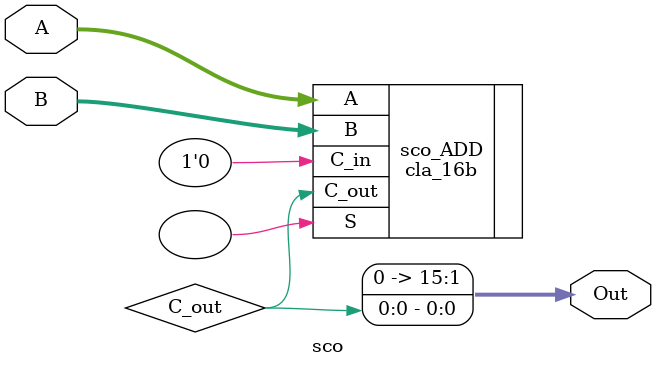
<source format=v>
module sco(A, B, Out);

input [15:0] A, B;
output [15:0] Out;
wire C_out;

cla_16b sco_ADD(.A(A), .B(B), .C_in(1'b0), .S(), .C_out(C_out));

assign Out = {{15{1'h0}}, C_out};

endmodule

</source>
